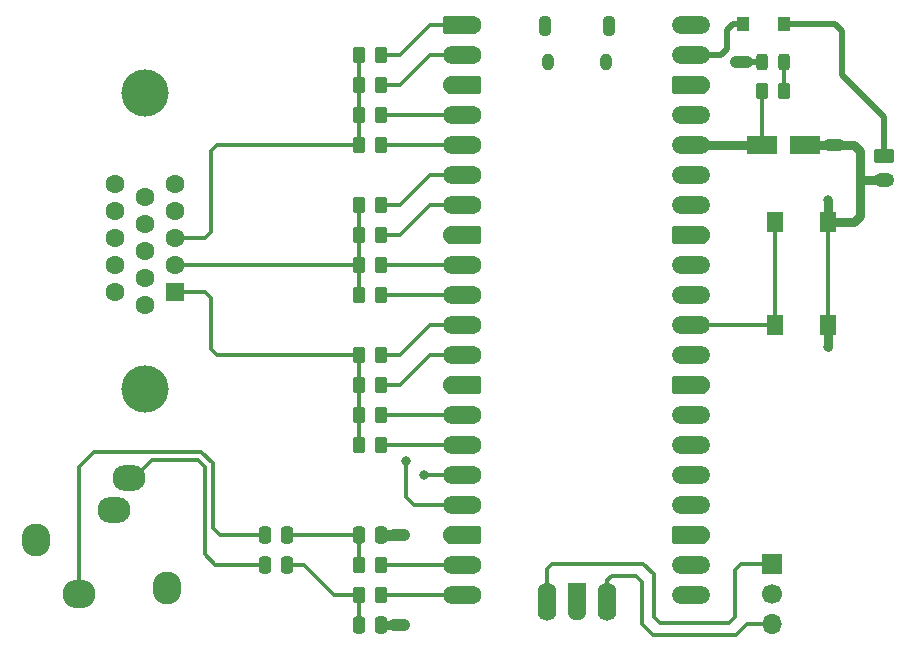
<source format=gbr>
%TF.GenerationSoftware,KiCad,Pcbnew,9.0.4*%
%TF.CreationDate,2025-09-20T17:35:25+02:00*%
%TF.ProjectId,demoboard,64656d6f-626f-4617-9264-2e6b69636164,-*%
%TF.SameCoordinates,PX6422c40PY7cee6c0*%
%TF.FileFunction,Copper,L1,Top*%
%TF.FilePolarity,Positive*%
%FSLAX46Y46*%
G04 Gerber Fmt 4.6, Leading zero omitted, Abs format (unit mm)*
G04 Created by KiCad (PCBNEW 9.0.4) date 2025-09-20 17:35:25*
%MOMM*%
%LPD*%
G01*
G04 APERTURE LIST*
G04 Aperture macros list*
%AMRoundRect*
0 Rectangle with rounded corners*
0 $1 Rounding radius*
0 $2 $3 $4 $5 $6 $7 $8 $9 X,Y pos of 4 corners*
0 Add a 4 corners polygon primitive as box body*
4,1,4,$2,$3,$4,$5,$6,$7,$8,$9,$2,$3,0*
0 Add four circle primitives for the rounded corners*
1,1,$1+$1,$2,$3*
1,1,$1+$1,$4,$5*
1,1,$1+$1,$6,$7*
1,1,$1+$1,$8,$9*
0 Add four rect primitives between the rounded corners*
20,1,$1+$1,$2,$3,$4,$5,0*
20,1,$1+$1,$4,$5,$6,$7,0*
20,1,$1+$1,$6,$7,$8,$9,0*
20,1,$1+$1,$8,$9,$2,$3,0*%
%AMHorizOval*
0 Thick line with rounded ends*
0 $1 width*
0 $2 $3 position (X,Y) of the first rounded end (center of the circle)*
0 $4 $5 position (X,Y) of the second rounded end (center of the circle)*
0 Add line between two ends*
20,1,$1,$2,$3,$4,$5,0*
0 Add two circle primitives to create the rounded ends*
1,1,$1,$2,$3*
1,1,$1,$4,$5*%
%AMFreePoly0*
4,1,37,0.800000,0.796148,0.878414,0.796148,1.032228,0.765552,1.177117,0.705537,1.307515,0.618408,1.418408,0.507515,1.505537,0.377117,1.565552,0.232228,1.596148,0.078414,1.596148,-0.078414,1.565552,-0.232228,1.505537,-0.377117,1.418408,-0.507515,1.307515,-0.618408,1.177117,-0.705537,1.032228,-0.765552,0.878414,-0.796148,0.800000,-0.796148,0.800000,-0.800000,-1.400000,-0.800000,
-1.403843,-0.796157,-1.439018,-0.796157,-1.511114,-0.766294,-1.566294,-0.711114,-1.596157,-0.639018,-1.596157,-0.603843,-1.600000,-0.600000,-1.600000,0.600000,-1.596157,0.603843,-1.596157,0.639018,-1.566294,0.711114,-1.511114,0.766294,-1.439018,0.796157,-1.403843,0.796157,-1.400000,0.800000,0.800000,0.800000,0.800000,0.796148,0.800000,0.796148,$1*%
%AMFreePoly1*
4,1,37,1.403843,0.796157,1.439018,0.796157,1.511114,0.766294,1.566294,0.711114,1.596157,0.639018,1.596157,0.603843,1.600000,0.600000,1.600000,-0.600000,1.596157,-0.603843,1.596157,-0.639018,1.566294,-0.711114,1.511114,-0.766294,1.439018,-0.796157,1.403843,-0.796157,1.400000,-0.800000,-0.800000,-0.800000,-0.800000,-0.796148,-0.878414,-0.796148,-1.032228,-0.765552,-1.177117,-0.705537,
-1.307515,-0.618408,-1.418408,-0.507515,-1.505537,-0.377117,-1.565552,-0.232228,-1.596148,-0.078414,-1.596148,0.078414,-1.565552,0.232228,-1.505537,0.377117,-1.418408,0.507515,-1.307515,0.618408,-1.177117,0.705537,-1.032228,0.765552,-0.878414,0.796148,-0.800000,0.796148,-0.800000,0.800000,1.400000,0.800000,1.403843,0.796157,1.403843,0.796157,$1*%
%AMFreePoly2*
4,1,37,1.600000,0.796148,1.678414,0.796148,1.832228,0.765552,1.977117,0.705537,2.107515,0.618408,2.218408,0.507515,2.305537,0.377117,2.365552,0.232228,2.396148,0.078414,2.396148,-0.078414,2.365552,-0.232228,2.305537,-0.377117,2.218408,-0.507515,2.107515,-0.618408,1.977117,-0.705537,1.832228,-0.765552,1.678414,-0.796148,1.600000,-0.796148,1.600000,-0.800000,-0.600000,-0.800000,
-0.603843,-0.796157,-0.639018,-0.796157,-0.711114,-0.766294,-0.766294,-0.711114,-0.796157,-0.639018,-0.796157,-0.603843,-0.800000,-0.600000,-0.800000,0.600000,-0.796157,0.603843,-0.796157,0.639018,-0.766294,0.711114,-0.711114,0.766294,-0.639018,0.796157,-0.603843,0.796157,-0.600000,0.800000,1.600000,0.800000,1.600000,0.796148,1.600000,0.796148,$1*%
G04 Aperture macros list end*
%TA.AperFunction,SMDPad,CuDef*%
%ADD10RoundRect,0.250000X0.262500X0.450000X-0.262500X0.450000X-0.262500X-0.450000X0.262500X-0.450000X0*%
%TD*%
%TA.AperFunction,SMDPad,CuDef*%
%ADD11R,1.100000X1.300000*%
%TD*%
%TA.AperFunction,ComponentPad*%
%ADD12O,2.800000X2.400000*%
%TD*%
%TA.AperFunction,ComponentPad*%
%ADD13O,2.800000X2.200000*%
%TD*%
%TA.AperFunction,ComponentPad*%
%ADD14O,2.400000X2.800000*%
%TD*%
%TA.AperFunction,SMDPad,CuDef*%
%ADD15RoundRect,0.250000X-0.250000X-0.475000X0.250000X-0.475000X0.250000X0.475000X-0.250000X0.475000X0*%
%TD*%
%TA.AperFunction,SMDPad,CuDef*%
%ADD16RoundRect,0.250000X0.250000X0.475000X-0.250000X0.475000X-0.250000X-0.475000X0.250000X-0.475000X0*%
%TD*%
%TA.AperFunction,SMDPad,CuDef*%
%ADD17R,1.400000X1.700000*%
%TD*%
%TA.AperFunction,SMDPad,CuDef*%
%ADD18RoundRect,0.250000X-0.262500X-0.450000X0.262500X-0.450000X0.262500X0.450000X-0.262500X0.450000X0*%
%TD*%
%TA.AperFunction,SMDPad,CuDef*%
%ADD19RoundRect,0.243750X-0.243750X-0.456250X0.243750X-0.456250X0.243750X0.456250X-0.243750X0.456250X0*%
%TD*%
%TA.AperFunction,ComponentPad*%
%ADD20R,1.700000X1.700000*%
%TD*%
%TA.AperFunction,ComponentPad*%
%ADD21HorizOval,1.700000X0.000000X0.000000X0.000000X0.000000X0*%
%TD*%
%TA.AperFunction,ComponentPad*%
%ADD22O,1.700000X1.700000*%
%TD*%
%TA.AperFunction,ComponentPad*%
%ADD23RoundRect,0.250000X-0.625000X0.350000X-0.625000X-0.350000X0.625000X-0.350000X0.625000X0.350000X0*%
%TD*%
%TA.AperFunction,ComponentPad*%
%ADD24O,1.750000X1.200000*%
%TD*%
%TA.AperFunction,SMDPad,CuDef*%
%ADD25RoundRect,0.250000X-1.050000X-0.550000X1.050000X-0.550000X1.050000X0.550000X-1.050000X0.550000X0*%
%TD*%
%TA.AperFunction,ComponentPad*%
%ADD26C,4.000000*%
%TD*%
%TA.AperFunction,ComponentPad*%
%ADD27R,1.600000X1.600000*%
%TD*%
%TA.AperFunction,ComponentPad*%
%ADD28C,1.600000*%
%TD*%
%TA.AperFunction,SMDPad,CuDef*%
%ADD29O,1.100000X1.800000*%
%TD*%
%TA.AperFunction,SMDPad,CuDef*%
%ADD30O,1.050000X1.450000*%
%TD*%
%TA.AperFunction,SMDPad,CuDef*%
%ADD31FreePoly0,0.000000*%
%TD*%
%TA.AperFunction,SMDPad,CuDef*%
%ADD32RoundRect,0.800000X-0.800000X-0.000010X0.800000X-0.000010X0.800000X0.000010X-0.800000X0.000010X0*%
%TD*%
%TA.AperFunction,SMDPad,CuDef*%
%ADD33FreePoly1,0.000000*%
%TD*%
%TA.AperFunction,SMDPad,CuDef*%
%ADD34RoundRect,0.800000X0.000010X-0.800000X0.000010X0.800000X-0.000010X0.800000X-0.000010X-0.800000X0*%
%TD*%
%TA.AperFunction,SMDPad,CuDef*%
%ADD35FreePoly2,270.000000*%
%TD*%
%TA.AperFunction,ViaPad*%
%ADD36C,0.800000*%
%TD*%
%TA.AperFunction,Conductor*%
%ADD37C,0.300000*%
%TD*%
%TA.AperFunction,Conductor*%
%ADD38C,1.000000*%
%TD*%
%TA.AperFunction,Conductor*%
%ADD39C,0.500000*%
%TD*%
%TA.AperFunction,Conductor*%
%ADD40C,0.800000*%
%TD*%
%TA.AperFunction,Conductor*%
%ADD41C,0.900000*%
%TD*%
G04 APERTURE END LIST*
D10*
%TO.P,R8,1*%
%TO.N,Net-(U1-GPIO7)*%
X30912500Y31270000D03*
%TO.P,R8,2*%
%TO.N,Net-(J1-Pad2)*%
X29087500Y31270000D03*
%TD*%
%TO.P,R6,1*%
%TO.N,Net-(U1-GPIO5)*%
X30912500Y36350000D03*
%TO.P,R6,2*%
%TO.N,Net-(J1-Pad2)*%
X29087500Y36350000D03*
%TD*%
%TO.P,R7,1*%
%TO.N,Net-(U1-GPIO6)*%
X30912500Y33810000D03*
%TO.P,R7,2*%
%TO.N,Net-(J1-Pad2)*%
X29087500Y33810000D03*
%TD*%
D11*
%TO.P,D2,1,K*%
%TO.N,Net-(D2-K)*%
X61600000Y54200000D03*
%TO.P,D2,2,A*%
%TO.N,Net-(D2-A)*%
X65000000Y54200000D03*
%TD*%
D12*
%TO.P,J4,1*%
%TO.N,Net-(C5-Pad2)*%
X5300000Y5925000D03*
D13*
%TO.P,J4,2*%
%TO.N,Net-(C4-Pad2)*%
X9600000Y15750000D03*
D14*
%TO.P,J4,3*%
%TO.N,GND*%
X1700000Y10500000D03*
%TO.P,J4,4*%
%TO.N,unconnected-(J4-Pad4)*%
X12800000Y6450000D03*
D13*
%TO.P,J4,5*%
%TO.N,unconnected-(J4-Pad5)*%
X8300000Y13075000D03*
%TD*%
D10*
%TO.P,R11,1*%
%TO.N,Net-(U1-GPIO10)*%
X30912500Y21110000D03*
%TO.P,R11,2*%
%TO.N,Net-(J1-Pad1)*%
X29087500Y21110000D03*
%TD*%
D15*
%TO.P,C3,1*%
%TO.N,Net-(C3-Pad1)*%
X29050000Y3330000D03*
%TO.P,C3,2*%
%TO.N,GND*%
X30950000Y3330000D03*
%TD*%
D10*
%TO.P,R2,1*%
%TO.N,Net-(U1-GPIO1)*%
X30912500Y49050000D03*
%TO.P,R2,2*%
%TO.N,Net-(J1-Pad3)*%
X29087500Y49050000D03*
%TD*%
D16*
%TO.P,C5,1*%
%TO.N,Net-(C2-Pad1)*%
X22950000Y10950000D03*
%TO.P,C5,2*%
%TO.N,Net-(C5-Pad2)*%
X21050000Y10950000D03*
%TD*%
%TO.P,C4,1*%
%TO.N,Net-(C3-Pad1)*%
X22950000Y8410000D03*
%TO.P,C4,2*%
%TO.N,Net-(C4-Pad2)*%
X21050000Y8410000D03*
%TD*%
D17*
%TO.P,SW1,1,1*%
%TO.N,Net-(U1-RUN)*%
X64250000Y28730000D03*
X64250000Y37430000D03*
%TO.P,SW1,2,2*%
%TO.N,GND*%
X68750000Y28730000D03*
X68750000Y37430000D03*
%TD*%
D10*
%TO.P,R13,1*%
%TO.N,Net-(U1-GPIO14)*%
X30912500Y8410000D03*
%TO.P,R13,2*%
%TO.N,Net-(C2-Pad1)*%
X29087500Y8410000D03*
%TD*%
D18*
%TO.P,R15,1*%
%TO.N,Net-(U1-3V3)*%
X63200000Y48500000D03*
%TO.P,R15,2*%
%TO.N,Net-(D1-A)*%
X65025000Y48500000D03*
%TD*%
D10*
%TO.P,R3,1*%
%TO.N,Net-(U1-GPIO2)*%
X30912500Y46510000D03*
%TO.P,R3,2*%
%TO.N,Net-(J1-Pad3)*%
X29087500Y46510000D03*
%TD*%
%TO.P,R5,1*%
%TO.N,Net-(U1-GPIO4)*%
X30912500Y38890000D03*
%TO.P,R5,2*%
%TO.N,Net-(J1-Pad2)*%
X29087500Y38890000D03*
%TD*%
D19*
%TO.P,D1,1,K*%
%TO.N,GND*%
X63175000Y51000000D03*
%TO.P,D1,2,A*%
%TO.N,Net-(D1-A)*%
X65050000Y51000000D03*
%TD*%
D10*
%TO.P,R4,1*%
%TO.N,Net-(U1-GPIO3)*%
X30912500Y43970000D03*
%TO.P,R4,2*%
%TO.N,Net-(J1-Pad3)*%
X29087500Y43970000D03*
%TD*%
D15*
%TO.P,C2,1*%
%TO.N,Net-(C2-Pad1)*%
X29050000Y10950000D03*
%TO.P,C2,2*%
%TO.N,GND*%
X30950000Y10950000D03*
%TD*%
D10*
%TO.P,R12,1*%
%TO.N,Net-(U1-GPIO11)*%
X30912500Y18570000D03*
%TO.P,R12,2*%
%TO.N,Net-(J1-Pad1)*%
X29087500Y18570000D03*
%TD*%
D20*
%TO.P,J2,1,Pin_1*%
%TO.N,Net-(J2-Pin_1)*%
X64000000Y8500000D03*
D21*
%TO.P,J2,2,Pin_2*%
%TO.N,GND*%
X64000000Y5960000D03*
D22*
%TO.P,J2,3,Pin_3*%
%TO.N,Net-(J2-Pin_3)*%
X64000000Y3420000D03*
%TD*%
D23*
%TO.P,J3,1,Pin_1*%
%TO.N,Net-(D2-A)*%
X73500000Y43000000D03*
D24*
%TO.P,J3,2,Pin_2*%
%TO.N,GND*%
X73500000Y41000000D03*
%TD*%
D10*
%TO.P,R9,1*%
%TO.N,Net-(U1-GPIO8)*%
X30912500Y26190000D03*
%TO.P,R9,2*%
%TO.N,Net-(J1-Pad1)*%
X29087500Y26190000D03*
%TD*%
D25*
%TO.P,C1,1*%
%TO.N,Net-(U1-3V3)*%
X63200000Y43970000D03*
%TO.P,C1,2*%
%TO.N,GND*%
X66800000Y43970000D03*
%TD*%
D26*
%TO.P,J1,0*%
%TO.N,unconnected-(J1-Pad0)*%
X10960000Y48335000D03*
%TO.N,unconnected-(J1-Pad0)_1*%
X10960000Y23335000D03*
D27*
%TO.P,J1,1*%
%TO.N,Net-(J1-Pad1)*%
X13500000Y31520000D03*
D28*
%TO.P,J1,2*%
%TO.N,Net-(J1-Pad2)*%
X13500000Y33810000D03*
%TO.P,J1,3*%
%TO.N,Net-(J1-Pad3)*%
X13500000Y36100000D03*
%TO.P,J1,4*%
%TO.N,unconnected-(J1-Pad4)*%
X13500000Y38390000D03*
%TO.P,J1,5*%
%TO.N,GND*%
X13500000Y40680000D03*
%TO.P,J1,6*%
X10960000Y30375000D03*
%TO.P,J1,7*%
X10960000Y32665000D03*
%TO.P,J1,8*%
X10960000Y34955000D03*
%TO.P,J1,9*%
%TO.N,unconnected-(J1-Pad9)*%
X10960000Y37245000D03*
%TO.P,J1,10*%
%TO.N,GND*%
X10960000Y39535000D03*
%TO.P,J1,11*%
%TO.N,unconnected-(J1-Pad11)*%
X8420000Y31520000D03*
%TO.P,J1,12*%
%TO.N,unconnected-(J1-Pad12)*%
X8420000Y33810000D03*
%TO.P,J1,13*%
%TO.N,Net-(U1-GPIO13)*%
X8420000Y36100000D03*
%TO.P,J1,14*%
%TO.N,Net-(U1-GPIO12)*%
X8420000Y38390000D03*
%TO.P,J1,15*%
%TO.N,unconnected-(J1-Pad15)*%
X8420000Y40680000D03*
%TD*%
D10*
%TO.P,R14,1*%
%TO.N,Net-(U1-GPIO15)*%
X30912500Y5870000D03*
%TO.P,R14,2*%
%TO.N,Net-(C3-Pad1)*%
X29087500Y5870000D03*
%TD*%
D29*
%TO.P,U1,*%
%TO.N,*%
X44775000Y54000000D03*
D30*
X45075000Y50970000D03*
X49925000Y50970000D03*
D29*
X50225000Y54000000D03*
D31*
%TO.P,U1,1,GPIO0*%
%TO.N,Net-(U1-GPIO0)*%
X37810000Y54130000D03*
D28*
X38610000Y54130000D03*
D32*
%TO.P,U1,2,GPIO1*%
%TO.N,Net-(U1-GPIO1)*%
X37810000Y51590000D03*
D28*
X38610000Y51590000D03*
D33*
%TO.P,U1,3,GND*%
%TO.N,GND*%
X37810000Y49050000D03*
D28*
X38610000Y49050000D03*
D32*
%TO.P,U1,4,GPIO2*%
%TO.N,Net-(U1-GPIO2)*%
X37810000Y46510000D03*
D28*
X38610000Y46510000D03*
D32*
%TO.P,U1,5,GPIO3*%
%TO.N,Net-(U1-GPIO3)*%
X37810000Y43970000D03*
D28*
X38610000Y43970000D03*
D32*
%TO.P,U1,6,GPIO4*%
%TO.N,Net-(U1-GPIO4)*%
X37810000Y41430000D03*
D28*
X38610000Y41430000D03*
D32*
%TO.P,U1,7,GPIO5*%
%TO.N,Net-(U1-GPIO5)*%
X37810000Y38890000D03*
D28*
X38610000Y38890000D03*
D33*
%TO.P,U1,8,GND*%
%TO.N,GND*%
X37810000Y36350000D03*
D28*
X38610000Y36350000D03*
D32*
%TO.P,U1,9,GPIO6*%
%TO.N,Net-(U1-GPIO6)*%
X37810000Y33810000D03*
D28*
X38610000Y33810000D03*
D32*
%TO.P,U1,10,GPIO7*%
%TO.N,Net-(U1-GPIO7)*%
X37810000Y31270000D03*
D28*
X38610000Y31270000D03*
D32*
%TO.P,U1,11,GPIO8*%
%TO.N,Net-(U1-GPIO8)*%
X37810000Y28730000D03*
D28*
X38610000Y28730000D03*
D32*
%TO.P,U1,12,GPIO9*%
%TO.N,Net-(U1-GPIO9)*%
X37810000Y26190000D03*
D28*
X38610000Y26190000D03*
D33*
%TO.P,U1,13,GND*%
%TO.N,GND*%
X37810000Y23650000D03*
D28*
X38610000Y23650000D03*
D32*
%TO.P,U1,14,GPIO10*%
%TO.N,Net-(U1-GPIO10)*%
X37810000Y21110000D03*
D28*
X38610000Y21110000D03*
D32*
%TO.P,U1,15,GPIO11*%
%TO.N,Net-(U1-GPIO11)*%
X37810000Y18570000D03*
D28*
X38610000Y18570000D03*
D32*
%TO.P,U1,16,GPIO12*%
%TO.N,Net-(U1-GPIO12)*%
X37810000Y16030000D03*
D28*
X38610000Y16030000D03*
D32*
%TO.P,U1,17,GPIO13*%
%TO.N,Net-(U1-GPIO13)*%
X37810000Y13490000D03*
D28*
X38610000Y13490000D03*
D33*
%TO.P,U1,18,GND*%
%TO.N,GND*%
X37810000Y10950000D03*
D28*
X38610000Y10950000D03*
D32*
%TO.P,U1,19,GPIO14*%
%TO.N,Net-(U1-GPIO14)*%
X37810000Y8410000D03*
D28*
X38610000Y8410000D03*
D32*
%TO.P,U1,20,GPIO15*%
%TO.N,Net-(U1-GPIO15)*%
X37810000Y5870000D03*
D28*
X38610000Y5870000D03*
%TO.P,U1,21,GPIO16*%
%TO.N,unconnected-(U1-GPIO16-Pad21)_1*%
X56390000Y5870000D03*
D32*
%TO.N,unconnected-(U1-GPIO16-Pad21)*%
X57190000Y5870000D03*
D28*
%TO.P,U1,22,GPIO17*%
%TO.N,unconnected-(U1-GPIO17-Pad22)_1*%
X56390000Y8410000D03*
D32*
%TO.N,unconnected-(U1-GPIO17-Pad22)*%
X57190000Y8410000D03*
D28*
%TO.P,U1,23,GND*%
%TO.N,GND*%
X56390000Y10950000D03*
D31*
X57190000Y10950000D03*
D28*
%TO.P,U1,24,GPIO18*%
%TO.N,unconnected-(U1-GPIO18-Pad24)_1*%
X56390000Y13490000D03*
D32*
%TO.N,unconnected-(U1-GPIO18-Pad24)*%
X57190000Y13490000D03*
D28*
%TO.P,U1,25,GPIO19*%
%TO.N,unconnected-(U1-GPIO19-Pad25)_1*%
X56390000Y16030000D03*
D32*
%TO.N,unconnected-(U1-GPIO19-Pad25)*%
X57190000Y16030000D03*
D28*
%TO.P,U1,26,GPIO20*%
%TO.N,unconnected-(U1-GPIO20-Pad26)_1*%
X56390000Y18570000D03*
D32*
%TO.N,unconnected-(U1-GPIO20-Pad26)*%
X57190000Y18570000D03*
D28*
%TO.P,U1,27,GPIO21*%
%TO.N,unconnected-(U1-GPIO21-Pad27)_1*%
X56390000Y21110000D03*
D32*
%TO.N,unconnected-(U1-GPIO21-Pad27)*%
X57190000Y21110000D03*
D28*
%TO.P,U1,28,GND*%
%TO.N,GND*%
X56390000Y23650000D03*
D31*
X57190000Y23650000D03*
D28*
%TO.P,U1,29,GPIO22*%
%TO.N,unconnected-(U1-GPIO22-Pad29)_1*%
X56390000Y26190000D03*
D32*
%TO.N,unconnected-(U1-GPIO22-Pad29)*%
X57190000Y26190000D03*
D28*
%TO.P,U1,30,RUN*%
%TO.N,Net-(U1-RUN)*%
X56390000Y28730000D03*
D32*
X57190000Y28730000D03*
D28*
%TO.P,U1,31,GPIO26_ADC0*%
%TO.N,unconnected-(U1-GPIO26_ADC0-Pad31)_1*%
X56390000Y31270000D03*
D32*
%TO.N,unconnected-(U1-GPIO26_ADC0-Pad31)*%
X57190000Y31270000D03*
D28*
%TO.P,U1,32,GPIO27_ADC1*%
%TO.N,unconnected-(U1-GPIO27_ADC1-Pad32)_1*%
X56390000Y33810000D03*
D32*
%TO.N,unconnected-(U1-GPIO27_ADC1-Pad32)*%
X57190000Y33810000D03*
D28*
%TO.P,U1,33,AGND*%
%TO.N,GND*%
X56390000Y36350000D03*
D31*
X57190000Y36350000D03*
D28*
%TO.P,U1,34,GPIO28_ADC2*%
%TO.N,unconnected-(U1-GPIO28_ADC2-Pad34)_1*%
X56390000Y38890000D03*
D32*
%TO.N,unconnected-(U1-GPIO28_ADC2-Pad34)*%
X57190000Y38890000D03*
D28*
%TO.P,U1,35,ADC_VREF*%
%TO.N,unconnected-(U1-ADC_VREF-Pad35)*%
X56390000Y41430000D03*
D32*
%TO.N,unconnected-(U1-ADC_VREF-Pad35)_1*%
X57190000Y41430000D03*
D28*
%TO.P,U1,36,3V3*%
%TO.N,Net-(U1-3V3)*%
X56390000Y43970000D03*
D32*
X57190000Y43970000D03*
D28*
%TO.P,U1,37,3V3_EN*%
%TO.N,unconnected-(U1-3V3_EN-Pad37)*%
X56390000Y46510000D03*
D32*
%TO.N,unconnected-(U1-3V3_EN-Pad37)_1*%
X57190000Y46510000D03*
D28*
%TO.P,U1,38,GND*%
%TO.N,GND*%
X56390000Y49050000D03*
D31*
X57190000Y49050000D03*
D28*
%TO.P,U1,39,VSYS*%
%TO.N,Net-(D2-K)*%
X56390000Y51590000D03*
D32*
X57190000Y51590000D03*
D28*
%TO.P,U1,40,VBUS*%
%TO.N,unconnected-(U1-VBUS-Pad40)*%
X56390000Y54130000D03*
D32*
%TO.N,unconnected-(U1-VBUS-Pad40)_1*%
X57190000Y54130000D03*
D28*
%TO.P,U1,D1,SWCLK*%
%TO.N,Net-(J2-Pin_1)*%
X44960000Y6100000D03*
D34*
X44960000Y5300000D03*
D28*
%TO.P,U1,D2,GND*%
%TO.N,GND*%
X47500000Y6100000D03*
D35*
X47500000Y6100000D03*
D28*
%TO.P,U1,D3,SWDIO*%
%TO.N,Net-(J2-Pin_3)*%
X50040000Y6100000D03*
D34*
X50040000Y5300000D03*
%TD*%
D10*
%TO.P,R1,1*%
%TO.N,Net-(U1-GPIO0)*%
X30912500Y51590000D03*
%TO.P,R1,2*%
%TO.N,Net-(J1-Pad3)*%
X29087500Y51590000D03*
%TD*%
%TO.P,R10,1*%
%TO.N,Net-(U1-GPIO9)*%
X30912500Y23650000D03*
%TO.P,R10,2*%
%TO.N,Net-(J1-Pad1)*%
X29087500Y23650000D03*
%TD*%
D36*
%TO.N,GND*%
X32900000Y10950000D03*
X61900000Y51000000D03*
X68750000Y26830000D03*
X68750000Y39330000D03*
X61000000Y51000000D03*
X32000000Y10950000D03*
X32900000Y3330000D03*
X69700000Y43970000D03*
X68800000Y43970000D03*
X32000000Y3330000D03*
%TO.N,Net-(U1-GPIO13)*%
X33000000Y17200000D03*
%TO.N,Net-(U1-GPIO12)*%
X34550000Y16030000D03*
%TD*%
D37*
%TO.N,Net-(U1-GPIO0)*%
X30912500Y51590000D02*
X32500000Y51590000D01*
X35040000Y54130000D02*
X37810000Y54130000D01*
X32500000Y51590000D02*
X35040000Y54130000D01*
%TO.N,Net-(U1-GPIO1)*%
X30912500Y49050000D02*
X32500000Y49050000D01*
X32500000Y49050000D02*
X35040000Y51590000D01*
X35040000Y51590000D02*
X37810000Y51590000D01*
%TO.N,Net-(U1-GPIO2)*%
X37810000Y46510000D02*
X30912500Y46510000D01*
%TO.N,Net-(U1-GPIO3)*%
X37810000Y43970000D02*
X30912500Y43970000D01*
%TO.N,Net-(C2-Pad1)*%
X29087500Y10912500D02*
X29050000Y10950000D01*
X29087500Y8410000D02*
X29087500Y10912500D01*
X29050000Y10950000D02*
X22950000Y10950000D01*
%TO.N,Net-(U1-GPIO4)*%
X30912500Y38890000D02*
X32500000Y38890000D01*
X32500000Y38890000D02*
X35040000Y41430000D01*
X35040000Y41430000D02*
X37810000Y41430000D01*
%TO.N,Net-(U1-GPIO5)*%
X32500000Y36350000D02*
X35040000Y38890000D01*
X30912500Y36350000D02*
X32500000Y36350000D01*
X35040000Y38890000D02*
X37810000Y38890000D01*
%TO.N,Net-(U1-GPIO6)*%
X37810000Y33810000D02*
X30912500Y33810000D01*
%TO.N,Net-(U1-GPIO7)*%
X37810000Y31270000D02*
X30912500Y31270000D01*
%TO.N,Net-(U1-GPIO8)*%
X32500000Y26190000D02*
X35040000Y28730000D01*
X30912500Y26190000D02*
X32500000Y26190000D01*
X35040000Y28730000D02*
X37810000Y28730000D01*
%TO.N,Net-(U1-GPIO9)*%
X30912500Y23650000D02*
X32500000Y23650000D01*
X35040000Y26190000D02*
X37810000Y26190000D01*
X32500000Y23650000D02*
X35040000Y26190000D01*
%TO.N,Net-(U1-GPIO10)*%
X37810000Y21110000D02*
X30912500Y21110000D01*
%TO.N,Net-(U1-GPIO11)*%
X37810000Y18570000D02*
X30912500Y18570000D01*
D38*
%TO.N,GND*%
X68800000Y43970000D02*
X69700000Y43970000D01*
D39*
X61900000Y51000000D02*
X63175000Y51000000D01*
D40*
X71500000Y37930000D02*
X71500000Y41000000D01*
D38*
X32000000Y10950000D02*
X32900000Y10950000D01*
D40*
X68750000Y28730000D02*
X68750000Y26830000D01*
X71000000Y43970000D02*
X71500000Y43470000D01*
X71500000Y41000000D02*
X73500000Y41000000D01*
D37*
X68750000Y37430000D02*
X68750000Y28730000D01*
D40*
X71500000Y43470000D02*
X71500000Y41000000D01*
D38*
X61900000Y51000000D02*
X61000000Y51000000D01*
X32000000Y3330000D02*
X32900000Y3330000D01*
D40*
X30950000Y3330000D02*
X32000000Y3330000D01*
X68750000Y37430000D02*
X68750000Y39330000D01*
X69700000Y43970000D02*
X71000000Y43970000D01*
X71000000Y37430000D02*
X68750000Y37430000D01*
X71000000Y37430000D02*
X71500000Y37930000D01*
X66800000Y43970000D02*
X68800000Y43970000D01*
D41*
X30950000Y10950000D02*
X32000000Y10950000D01*
D37*
%TO.N,Net-(C3-Pad1)*%
X29087500Y5870000D02*
X29087500Y3367500D01*
X29087500Y3367500D02*
X29050000Y3330000D01*
X29087500Y5870000D02*
X26930000Y5870000D01*
X26930000Y5870000D02*
X24390000Y8410000D01*
X24390000Y8410000D02*
X22950000Y8410000D01*
%TO.N,Net-(C4-Pad2)*%
X16000000Y16700000D02*
X16000000Y9300000D01*
X16890000Y8410000D02*
X21050000Y8410000D01*
X16000000Y16700000D02*
X15400000Y17300000D01*
X10000000Y15750000D02*
X9600000Y15750000D01*
X16890000Y8410000D02*
X16000000Y9300000D01*
X11550000Y17300000D02*
X10000000Y15750000D01*
X15400000Y17300000D02*
X11550000Y17300000D01*
%TO.N,Net-(C5-Pad2)*%
X5300000Y16700000D02*
X5300000Y5925000D01*
X15700000Y18000000D02*
X6600000Y18000000D01*
X16700000Y17000000D02*
X16700000Y11500000D01*
X16700000Y17000000D02*
X15700000Y18000000D01*
X6600000Y18000000D02*
X5300000Y16700000D01*
X21050000Y10950000D02*
X17250000Y10950000D01*
X17250000Y10950000D02*
X16700000Y11500000D01*
%TO.N,Net-(D1-A)*%
X65025000Y50975000D02*
X65050000Y51000000D01*
X65025000Y48500000D02*
X65025000Y50975000D01*
%TO.N,Net-(U1-GPIO13)*%
X33710000Y13490000D02*
X33000000Y14200000D01*
X33000000Y14200000D02*
X33000000Y17200000D01*
X33710000Y13490000D02*
X37810000Y13490000D01*
%TO.N,Net-(J1-Pad2)*%
X13500000Y33810000D02*
X29087500Y33810000D01*
X29087500Y36350000D02*
X29087500Y33810000D01*
X29087500Y38890000D02*
X29087500Y36350000D01*
X29087500Y33810000D02*
X29087500Y31270000D01*
%TO.N,Net-(J1-Pad1)*%
X29087500Y18570000D02*
X29087500Y21110000D01*
X16000000Y31520000D02*
X13500000Y31520000D01*
X29087500Y23650000D02*
X29087500Y21110000D01*
X29087500Y26190000D02*
X17000000Y26190000D01*
X16500000Y26690000D02*
X16500000Y31020000D01*
X16500000Y31020000D02*
X16000000Y31520000D01*
X29087500Y26190000D02*
X29087500Y23650000D01*
X17000000Y26190000D02*
X16500000Y26690000D01*
%TO.N,Net-(U1-GPIO12)*%
X37810000Y16030000D02*
X34550000Y16030000D01*
%TO.N,Net-(J1-Pad3)*%
X16000000Y36100000D02*
X16500000Y36600000D01*
X29087500Y49050000D02*
X29087500Y46510000D01*
X17000000Y43970000D02*
X29087500Y43970000D01*
X29087500Y51590000D02*
X29087500Y49050000D01*
X16500000Y36600000D02*
X16500000Y43470000D01*
X29087500Y46510000D02*
X29087500Y43970000D01*
X16500000Y43470000D02*
X17000000Y43970000D01*
X13500000Y36100000D02*
X16000000Y36100000D01*
D39*
%TO.N,Net-(D2-A)*%
X69900000Y49900000D02*
X69900000Y53650000D01*
X69900000Y53650000D02*
X69350000Y54200000D01*
X73500000Y46300000D02*
X69900000Y49900000D01*
X73500000Y43000000D02*
X73500000Y46300000D01*
X69350000Y54200000D02*
X65000000Y54200000D01*
D37*
%TO.N,Net-(J2-Pin_1)*%
X60900000Y4000000D02*
X60400000Y3500000D01*
X60900000Y8000000D02*
X60900000Y4000000D01*
X54500000Y3500000D02*
X54000000Y4000000D01*
X53100000Y8500000D02*
X45360000Y8500000D01*
X60400000Y3500000D02*
X54500000Y3500000D01*
X64000000Y8500000D02*
X61400000Y8500000D01*
X54000000Y7600000D02*
X53100000Y8500000D01*
X54000000Y4000000D02*
X54000000Y7600000D01*
X45360000Y8500000D02*
X44960000Y8100000D01*
X44960000Y8100000D02*
X44960000Y6100000D01*
X61400000Y8500000D02*
X60900000Y8000000D01*
%TO.N,Net-(J2-Pin_3)*%
X61920000Y3420000D02*
X61000000Y2500000D01*
X53000000Y3400000D02*
X53000000Y7000000D01*
X53900000Y2500000D02*
X53000000Y3400000D01*
X61000000Y2500000D02*
X53900000Y2500000D01*
X50040000Y7100000D02*
X50040000Y6100000D01*
X50440000Y7500000D02*
X50040000Y7100000D01*
X52500000Y7500000D02*
X50440000Y7500000D01*
X53000000Y7000000D02*
X52500000Y7500000D01*
X64000000Y3420000D02*
X61920000Y3420000D01*
%TO.N,Net-(U1-GPIO14)*%
X37810000Y8410000D02*
X30912500Y8410000D01*
%TO.N,Net-(U1-GPIO15)*%
X37810000Y5870000D02*
X30912500Y5870000D01*
%TO.N,Net-(U1-3V3)*%
X63200000Y43970000D02*
X63200000Y48500000D01*
D40*
X57190000Y43970000D02*
X63200000Y43970000D01*
D39*
%TO.N,Net-(D2-K)*%
X57190000Y51590000D02*
X59690000Y51590000D01*
X60200000Y52100000D02*
X60200000Y53700000D01*
X60700000Y54200000D02*
X61600000Y54200000D01*
X59690000Y51590000D02*
X60200000Y52100000D01*
X60200000Y53700000D02*
X60700000Y54200000D01*
D37*
%TO.N,Net-(U1-RUN)*%
X64250000Y28730000D02*
X64250000Y37430000D01*
X57190000Y28730000D02*
X64250000Y28730000D01*
%TD*%
M02*

</source>
